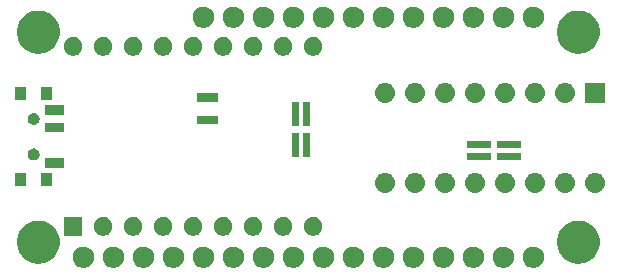
<source format=gbr>
G04 #@! TF.GenerationSoftware,KiCad,Pcbnew,(5.1.2)-1*
G04 #@! TF.CreationDate,2019-07-17T11:07:15+10:00*
G04 #@! TF.ProjectId,7seg-dip-wing,37736567-2d64-4697-902d-77696e672e6b,rev?*
G04 #@! TF.SameCoordinates,Original*
G04 #@! TF.FileFunction,Soldermask,Bot*
G04 #@! TF.FilePolarity,Negative*
%FSLAX46Y46*%
G04 Gerber Fmt 4.6, Leading zero omitted, Abs format (unit mm)*
G04 Created by KiCad (PCBNEW (5.1.2)-1) date 2019-07-17 11:07:15*
%MOMM*%
%LPD*%
G04 APERTURE LIST*
%ADD10C,0.100000*%
G04 APERTURE END LIST*
D10*
G36*
X89982113Y-68318928D02*
G01*
X90131413Y-68348625D01*
X90295385Y-68416545D01*
X90442955Y-68515148D01*
X90568454Y-68640647D01*
X90667057Y-68788217D01*
X90734977Y-68952189D01*
X90769601Y-69126260D01*
X90769601Y-69303742D01*
X90734977Y-69477813D01*
X90667057Y-69641785D01*
X90568454Y-69789355D01*
X90442955Y-69914854D01*
X90295385Y-70013457D01*
X90131413Y-70081377D01*
X89982113Y-70111074D01*
X89957343Y-70116001D01*
X89779859Y-70116001D01*
X89755089Y-70111074D01*
X89605789Y-70081377D01*
X89441817Y-70013457D01*
X89294247Y-69914854D01*
X89168748Y-69789355D01*
X89070145Y-69641785D01*
X89002225Y-69477813D01*
X88967601Y-69303742D01*
X88967601Y-69126260D01*
X89002225Y-68952189D01*
X89070145Y-68788217D01*
X89168748Y-68640647D01*
X89294247Y-68515148D01*
X89441817Y-68416545D01*
X89605789Y-68348625D01*
X89755089Y-68318928D01*
X89779859Y-68314001D01*
X89957343Y-68314001D01*
X89982113Y-68318928D01*
X89982113Y-68318928D01*
G37*
G36*
X72202113Y-68318928D02*
G01*
X72351413Y-68348625D01*
X72515385Y-68416545D01*
X72662955Y-68515148D01*
X72788454Y-68640647D01*
X72887057Y-68788217D01*
X72954977Y-68952189D01*
X72989601Y-69126260D01*
X72989601Y-69303742D01*
X72954977Y-69477813D01*
X72887057Y-69641785D01*
X72788454Y-69789355D01*
X72662955Y-69914854D01*
X72515385Y-70013457D01*
X72351413Y-70081377D01*
X72202113Y-70111074D01*
X72177343Y-70116001D01*
X71999859Y-70116001D01*
X71975089Y-70111074D01*
X71825789Y-70081377D01*
X71661817Y-70013457D01*
X71514247Y-69914854D01*
X71388748Y-69789355D01*
X71290145Y-69641785D01*
X71222225Y-69477813D01*
X71187601Y-69303742D01*
X71187601Y-69126260D01*
X71222225Y-68952189D01*
X71290145Y-68788217D01*
X71388748Y-68640647D01*
X71514247Y-68515148D01*
X71661817Y-68416545D01*
X71825789Y-68348625D01*
X71975089Y-68318928D01*
X71999859Y-68314001D01*
X72177343Y-68314001D01*
X72202113Y-68318928D01*
X72202113Y-68318928D01*
G37*
G36*
X54422113Y-68318928D02*
G01*
X54571413Y-68348625D01*
X54735385Y-68416545D01*
X54882955Y-68515148D01*
X55008454Y-68640647D01*
X55107057Y-68788217D01*
X55174977Y-68952189D01*
X55209601Y-69126260D01*
X55209601Y-69303742D01*
X55174977Y-69477813D01*
X55107057Y-69641785D01*
X55008454Y-69789355D01*
X54882955Y-69914854D01*
X54735385Y-70013457D01*
X54571413Y-70081377D01*
X54422113Y-70111074D01*
X54397343Y-70116001D01*
X54219859Y-70116001D01*
X54195089Y-70111074D01*
X54045789Y-70081377D01*
X53881817Y-70013457D01*
X53734247Y-69914854D01*
X53608748Y-69789355D01*
X53510145Y-69641785D01*
X53442225Y-69477813D01*
X53407601Y-69303742D01*
X53407601Y-69126260D01*
X53442225Y-68952189D01*
X53510145Y-68788217D01*
X53608748Y-68640647D01*
X53734247Y-68515148D01*
X53881817Y-68416545D01*
X54045789Y-68348625D01*
X54195089Y-68318928D01*
X54219859Y-68314001D01*
X54397343Y-68314001D01*
X54422113Y-68318928D01*
X54422113Y-68318928D01*
G37*
G36*
X56962113Y-68318928D02*
G01*
X57111413Y-68348625D01*
X57275385Y-68416545D01*
X57422955Y-68515148D01*
X57548454Y-68640647D01*
X57647057Y-68788217D01*
X57714977Y-68952189D01*
X57749601Y-69126260D01*
X57749601Y-69303742D01*
X57714977Y-69477813D01*
X57647057Y-69641785D01*
X57548454Y-69789355D01*
X57422955Y-69914854D01*
X57275385Y-70013457D01*
X57111413Y-70081377D01*
X56962113Y-70111074D01*
X56937343Y-70116001D01*
X56759859Y-70116001D01*
X56735089Y-70111074D01*
X56585789Y-70081377D01*
X56421817Y-70013457D01*
X56274247Y-69914854D01*
X56148748Y-69789355D01*
X56050145Y-69641785D01*
X55982225Y-69477813D01*
X55947601Y-69303742D01*
X55947601Y-69126260D01*
X55982225Y-68952189D01*
X56050145Y-68788217D01*
X56148748Y-68640647D01*
X56274247Y-68515148D01*
X56421817Y-68416545D01*
X56585789Y-68348625D01*
X56735089Y-68318928D01*
X56759859Y-68314001D01*
X56937343Y-68314001D01*
X56962113Y-68318928D01*
X56962113Y-68318928D01*
G37*
G36*
X59502113Y-68318928D02*
G01*
X59651413Y-68348625D01*
X59815385Y-68416545D01*
X59962955Y-68515148D01*
X60088454Y-68640647D01*
X60187057Y-68788217D01*
X60254977Y-68952189D01*
X60289601Y-69126260D01*
X60289601Y-69303742D01*
X60254977Y-69477813D01*
X60187057Y-69641785D01*
X60088454Y-69789355D01*
X59962955Y-69914854D01*
X59815385Y-70013457D01*
X59651413Y-70081377D01*
X59502113Y-70111074D01*
X59477343Y-70116001D01*
X59299859Y-70116001D01*
X59275089Y-70111074D01*
X59125789Y-70081377D01*
X58961817Y-70013457D01*
X58814247Y-69914854D01*
X58688748Y-69789355D01*
X58590145Y-69641785D01*
X58522225Y-69477813D01*
X58487601Y-69303742D01*
X58487601Y-69126260D01*
X58522225Y-68952189D01*
X58590145Y-68788217D01*
X58688748Y-68640647D01*
X58814247Y-68515148D01*
X58961817Y-68416545D01*
X59125789Y-68348625D01*
X59275089Y-68318928D01*
X59299859Y-68314001D01*
X59477343Y-68314001D01*
X59502113Y-68318928D01*
X59502113Y-68318928D01*
G37*
G36*
X62042113Y-68318928D02*
G01*
X62191413Y-68348625D01*
X62355385Y-68416545D01*
X62502955Y-68515148D01*
X62628454Y-68640647D01*
X62727057Y-68788217D01*
X62794977Y-68952189D01*
X62829601Y-69126260D01*
X62829601Y-69303742D01*
X62794977Y-69477813D01*
X62727057Y-69641785D01*
X62628454Y-69789355D01*
X62502955Y-69914854D01*
X62355385Y-70013457D01*
X62191413Y-70081377D01*
X62042113Y-70111074D01*
X62017343Y-70116001D01*
X61839859Y-70116001D01*
X61815089Y-70111074D01*
X61665789Y-70081377D01*
X61501817Y-70013457D01*
X61354247Y-69914854D01*
X61228748Y-69789355D01*
X61130145Y-69641785D01*
X61062225Y-69477813D01*
X61027601Y-69303742D01*
X61027601Y-69126260D01*
X61062225Y-68952189D01*
X61130145Y-68788217D01*
X61228748Y-68640647D01*
X61354247Y-68515148D01*
X61501817Y-68416545D01*
X61665789Y-68348625D01*
X61815089Y-68318928D01*
X61839859Y-68314001D01*
X62017343Y-68314001D01*
X62042113Y-68318928D01*
X62042113Y-68318928D01*
G37*
G36*
X64582113Y-68318928D02*
G01*
X64731413Y-68348625D01*
X64895385Y-68416545D01*
X65042955Y-68515148D01*
X65168454Y-68640647D01*
X65267057Y-68788217D01*
X65334977Y-68952189D01*
X65369601Y-69126260D01*
X65369601Y-69303742D01*
X65334977Y-69477813D01*
X65267057Y-69641785D01*
X65168454Y-69789355D01*
X65042955Y-69914854D01*
X64895385Y-70013457D01*
X64731413Y-70081377D01*
X64582113Y-70111074D01*
X64557343Y-70116001D01*
X64379859Y-70116001D01*
X64355089Y-70111074D01*
X64205789Y-70081377D01*
X64041817Y-70013457D01*
X63894247Y-69914854D01*
X63768748Y-69789355D01*
X63670145Y-69641785D01*
X63602225Y-69477813D01*
X63567601Y-69303742D01*
X63567601Y-69126260D01*
X63602225Y-68952189D01*
X63670145Y-68788217D01*
X63768748Y-68640647D01*
X63894247Y-68515148D01*
X64041817Y-68416545D01*
X64205789Y-68348625D01*
X64355089Y-68318928D01*
X64379859Y-68314001D01*
X64557343Y-68314001D01*
X64582113Y-68318928D01*
X64582113Y-68318928D01*
G37*
G36*
X67122113Y-68318928D02*
G01*
X67271413Y-68348625D01*
X67435385Y-68416545D01*
X67582955Y-68515148D01*
X67708454Y-68640647D01*
X67807057Y-68788217D01*
X67874977Y-68952189D01*
X67909601Y-69126260D01*
X67909601Y-69303742D01*
X67874977Y-69477813D01*
X67807057Y-69641785D01*
X67708454Y-69789355D01*
X67582955Y-69914854D01*
X67435385Y-70013457D01*
X67271413Y-70081377D01*
X67122113Y-70111074D01*
X67097343Y-70116001D01*
X66919859Y-70116001D01*
X66895089Y-70111074D01*
X66745789Y-70081377D01*
X66581817Y-70013457D01*
X66434247Y-69914854D01*
X66308748Y-69789355D01*
X66210145Y-69641785D01*
X66142225Y-69477813D01*
X66107601Y-69303742D01*
X66107601Y-69126260D01*
X66142225Y-68952189D01*
X66210145Y-68788217D01*
X66308748Y-68640647D01*
X66434247Y-68515148D01*
X66581817Y-68416545D01*
X66745789Y-68348625D01*
X66895089Y-68318928D01*
X66919859Y-68314001D01*
X67097343Y-68314001D01*
X67122113Y-68318928D01*
X67122113Y-68318928D01*
G37*
G36*
X69662113Y-68318928D02*
G01*
X69811413Y-68348625D01*
X69975385Y-68416545D01*
X70122955Y-68515148D01*
X70248454Y-68640647D01*
X70347057Y-68788217D01*
X70414977Y-68952189D01*
X70449601Y-69126260D01*
X70449601Y-69303742D01*
X70414977Y-69477813D01*
X70347057Y-69641785D01*
X70248454Y-69789355D01*
X70122955Y-69914854D01*
X69975385Y-70013457D01*
X69811413Y-70081377D01*
X69662113Y-70111074D01*
X69637343Y-70116001D01*
X69459859Y-70116001D01*
X69435089Y-70111074D01*
X69285789Y-70081377D01*
X69121817Y-70013457D01*
X68974247Y-69914854D01*
X68848748Y-69789355D01*
X68750145Y-69641785D01*
X68682225Y-69477813D01*
X68647601Y-69303742D01*
X68647601Y-69126260D01*
X68682225Y-68952189D01*
X68750145Y-68788217D01*
X68848748Y-68640647D01*
X68974247Y-68515148D01*
X69121817Y-68416545D01*
X69285789Y-68348625D01*
X69435089Y-68318928D01*
X69459859Y-68314001D01*
X69637343Y-68314001D01*
X69662113Y-68318928D01*
X69662113Y-68318928D01*
G37*
G36*
X77282113Y-68318928D02*
G01*
X77431413Y-68348625D01*
X77595385Y-68416545D01*
X77742955Y-68515148D01*
X77868454Y-68640647D01*
X77967057Y-68788217D01*
X78034977Y-68952189D01*
X78069601Y-69126260D01*
X78069601Y-69303742D01*
X78034977Y-69477813D01*
X77967057Y-69641785D01*
X77868454Y-69789355D01*
X77742955Y-69914854D01*
X77595385Y-70013457D01*
X77431413Y-70081377D01*
X77282113Y-70111074D01*
X77257343Y-70116001D01*
X77079859Y-70116001D01*
X77055089Y-70111074D01*
X76905789Y-70081377D01*
X76741817Y-70013457D01*
X76594247Y-69914854D01*
X76468748Y-69789355D01*
X76370145Y-69641785D01*
X76302225Y-69477813D01*
X76267601Y-69303742D01*
X76267601Y-69126260D01*
X76302225Y-68952189D01*
X76370145Y-68788217D01*
X76468748Y-68640647D01*
X76594247Y-68515148D01*
X76741817Y-68416545D01*
X76905789Y-68348625D01*
X77055089Y-68318928D01*
X77079859Y-68314001D01*
X77257343Y-68314001D01*
X77282113Y-68318928D01*
X77282113Y-68318928D01*
G37*
G36*
X79822113Y-68318928D02*
G01*
X79971413Y-68348625D01*
X80135385Y-68416545D01*
X80282955Y-68515148D01*
X80408454Y-68640647D01*
X80507057Y-68788217D01*
X80574977Y-68952189D01*
X80609601Y-69126260D01*
X80609601Y-69303742D01*
X80574977Y-69477813D01*
X80507057Y-69641785D01*
X80408454Y-69789355D01*
X80282955Y-69914854D01*
X80135385Y-70013457D01*
X79971413Y-70081377D01*
X79822113Y-70111074D01*
X79797343Y-70116001D01*
X79619859Y-70116001D01*
X79595089Y-70111074D01*
X79445789Y-70081377D01*
X79281817Y-70013457D01*
X79134247Y-69914854D01*
X79008748Y-69789355D01*
X78910145Y-69641785D01*
X78842225Y-69477813D01*
X78807601Y-69303742D01*
X78807601Y-69126260D01*
X78842225Y-68952189D01*
X78910145Y-68788217D01*
X79008748Y-68640647D01*
X79134247Y-68515148D01*
X79281817Y-68416545D01*
X79445789Y-68348625D01*
X79595089Y-68318928D01*
X79619859Y-68314001D01*
X79797343Y-68314001D01*
X79822113Y-68318928D01*
X79822113Y-68318928D01*
G37*
G36*
X82362113Y-68318928D02*
G01*
X82511413Y-68348625D01*
X82675385Y-68416545D01*
X82822955Y-68515148D01*
X82948454Y-68640647D01*
X83047057Y-68788217D01*
X83114977Y-68952189D01*
X83149601Y-69126260D01*
X83149601Y-69303742D01*
X83114977Y-69477813D01*
X83047057Y-69641785D01*
X82948454Y-69789355D01*
X82822955Y-69914854D01*
X82675385Y-70013457D01*
X82511413Y-70081377D01*
X82362113Y-70111074D01*
X82337343Y-70116001D01*
X82159859Y-70116001D01*
X82135089Y-70111074D01*
X81985789Y-70081377D01*
X81821817Y-70013457D01*
X81674247Y-69914854D01*
X81548748Y-69789355D01*
X81450145Y-69641785D01*
X81382225Y-69477813D01*
X81347601Y-69303742D01*
X81347601Y-69126260D01*
X81382225Y-68952189D01*
X81450145Y-68788217D01*
X81548748Y-68640647D01*
X81674247Y-68515148D01*
X81821817Y-68416545D01*
X81985789Y-68348625D01*
X82135089Y-68318928D01*
X82159859Y-68314001D01*
X82337343Y-68314001D01*
X82362113Y-68318928D01*
X82362113Y-68318928D01*
G37*
G36*
X84902113Y-68318928D02*
G01*
X85051413Y-68348625D01*
X85215385Y-68416545D01*
X85362955Y-68515148D01*
X85488454Y-68640647D01*
X85587057Y-68788217D01*
X85654977Y-68952189D01*
X85689601Y-69126260D01*
X85689601Y-69303742D01*
X85654977Y-69477813D01*
X85587057Y-69641785D01*
X85488454Y-69789355D01*
X85362955Y-69914854D01*
X85215385Y-70013457D01*
X85051413Y-70081377D01*
X84902113Y-70111074D01*
X84877343Y-70116001D01*
X84699859Y-70116001D01*
X84675089Y-70111074D01*
X84525789Y-70081377D01*
X84361817Y-70013457D01*
X84214247Y-69914854D01*
X84088748Y-69789355D01*
X83990145Y-69641785D01*
X83922225Y-69477813D01*
X83887601Y-69303742D01*
X83887601Y-69126260D01*
X83922225Y-68952189D01*
X83990145Y-68788217D01*
X84088748Y-68640647D01*
X84214247Y-68515148D01*
X84361817Y-68416545D01*
X84525789Y-68348625D01*
X84675089Y-68318928D01*
X84699859Y-68314001D01*
X84877343Y-68314001D01*
X84902113Y-68318928D01*
X84902113Y-68318928D01*
G37*
G36*
X87442113Y-68318928D02*
G01*
X87591413Y-68348625D01*
X87755385Y-68416545D01*
X87902955Y-68515148D01*
X88028454Y-68640647D01*
X88127057Y-68788217D01*
X88194977Y-68952189D01*
X88229601Y-69126260D01*
X88229601Y-69303742D01*
X88194977Y-69477813D01*
X88127057Y-69641785D01*
X88028454Y-69789355D01*
X87902955Y-69914854D01*
X87755385Y-70013457D01*
X87591413Y-70081377D01*
X87442113Y-70111074D01*
X87417343Y-70116001D01*
X87239859Y-70116001D01*
X87215089Y-70111074D01*
X87065789Y-70081377D01*
X86901817Y-70013457D01*
X86754247Y-69914854D01*
X86628748Y-69789355D01*
X86530145Y-69641785D01*
X86462225Y-69477813D01*
X86427601Y-69303742D01*
X86427601Y-69126260D01*
X86462225Y-68952189D01*
X86530145Y-68788217D01*
X86628748Y-68640647D01*
X86754247Y-68515148D01*
X86901817Y-68416545D01*
X87065789Y-68348625D01*
X87215089Y-68318928D01*
X87239859Y-68314001D01*
X87417343Y-68314001D01*
X87442113Y-68318928D01*
X87442113Y-68318928D01*
G37*
G36*
X51882113Y-68318928D02*
G01*
X52031413Y-68348625D01*
X52195385Y-68416545D01*
X52342955Y-68515148D01*
X52468454Y-68640647D01*
X52567057Y-68788217D01*
X52634977Y-68952189D01*
X52669601Y-69126260D01*
X52669601Y-69303742D01*
X52634977Y-69477813D01*
X52567057Y-69641785D01*
X52468454Y-69789355D01*
X52342955Y-69914854D01*
X52195385Y-70013457D01*
X52031413Y-70081377D01*
X51882113Y-70111074D01*
X51857343Y-70116001D01*
X51679859Y-70116001D01*
X51655089Y-70111074D01*
X51505789Y-70081377D01*
X51341817Y-70013457D01*
X51194247Y-69914854D01*
X51068748Y-69789355D01*
X50970145Y-69641785D01*
X50902225Y-69477813D01*
X50867601Y-69303742D01*
X50867601Y-69126260D01*
X50902225Y-68952189D01*
X50970145Y-68788217D01*
X51068748Y-68640647D01*
X51194247Y-68515148D01*
X51341817Y-68416545D01*
X51505789Y-68348625D01*
X51655089Y-68318928D01*
X51679859Y-68314001D01*
X51857343Y-68314001D01*
X51882113Y-68318928D01*
X51882113Y-68318928D01*
G37*
G36*
X74742113Y-68318928D02*
G01*
X74891413Y-68348625D01*
X75055385Y-68416545D01*
X75202955Y-68515148D01*
X75328454Y-68640647D01*
X75427057Y-68788217D01*
X75494977Y-68952189D01*
X75529601Y-69126260D01*
X75529601Y-69303742D01*
X75494977Y-69477813D01*
X75427057Y-69641785D01*
X75328454Y-69789355D01*
X75202955Y-69914854D01*
X75055385Y-70013457D01*
X74891413Y-70081377D01*
X74742113Y-70111074D01*
X74717343Y-70116001D01*
X74539859Y-70116001D01*
X74515089Y-70111074D01*
X74365789Y-70081377D01*
X74201817Y-70013457D01*
X74054247Y-69914854D01*
X73928748Y-69789355D01*
X73830145Y-69641785D01*
X73762225Y-69477813D01*
X73727601Y-69303742D01*
X73727601Y-69126260D01*
X73762225Y-68952189D01*
X73830145Y-68788217D01*
X73928748Y-68640647D01*
X74054247Y-68515148D01*
X74201817Y-68416545D01*
X74365789Y-68348625D01*
X74515089Y-68318928D01*
X74539859Y-68314001D01*
X74717343Y-68314001D01*
X74742113Y-68318928D01*
X74742113Y-68318928D01*
G37*
G36*
X48315421Y-66151144D02*
G01*
X48492101Y-66186288D01*
X48574903Y-66220586D01*
X48824956Y-66324161D01*
X48888108Y-66366358D01*
X49124521Y-66524324D01*
X49379278Y-66779081D01*
X49379279Y-66779083D01*
X49579441Y-67078646D01*
X49717314Y-67411502D01*
X49787601Y-67764859D01*
X49787601Y-68125143D01*
X49717314Y-68478500D01*
X49579441Y-68811356D01*
X49579440Y-68811357D01*
X49379278Y-69110921D01*
X49124521Y-69365678D01*
X48973721Y-69466439D01*
X48824956Y-69565841D01*
X48641615Y-69641783D01*
X48492101Y-69703714D01*
X48315422Y-69738857D01*
X48138743Y-69774001D01*
X47778459Y-69774001D01*
X47601780Y-69738857D01*
X47425101Y-69703714D01*
X47275587Y-69641783D01*
X47092246Y-69565841D01*
X46943481Y-69466439D01*
X46792681Y-69365678D01*
X46537924Y-69110921D01*
X46337762Y-68811357D01*
X46337761Y-68811356D01*
X46199888Y-68478500D01*
X46129601Y-68125143D01*
X46129601Y-67764859D01*
X46199888Y-67411502D01*
X46337761Y-67078646D01*
X46537923Y-66779083D01*
X46537924Y-66779081D01*
X46792681Y-66524324D01*
X47029094Y-66366358D01*
X47092246Y-66324161D01*
X47342299Y-66220586D01*
X47425101Y-66186288D01*
X47601781Y-66151144D01*
X47778459Y-66116001D01*
X48138743Y-66116001D01*
X48315421Y-66151144D01*
X48315421Y-66151144D01*
G37*
G36*
X94035421Y-66151144D02*
G01*
X94212101Y-66186288D01*
X94294903Y-66220586D01*
X94544956Y-66324161D01*
X94608108Y-66366358D01*
X94844521Y-66524324D01*
X95099278Y-66779081D01*
X95099279Y-66779083D01*
X95299441Y-67078646D01*
X95437314Y-67411502D01*
X95507601Y-67764859D01*
X95507601Y-68125143D01*
X95437314Y-68478500D01*
X95299441Y-68811356D01*
X95299440Y-68811357D01*
X95099278Y-69110921D01*
X94844521Y-69365678D01*
X94693721Y-69466439D01*
X94544956Y-69565841D01*
X94361615Y-69641783D01*
X94212101Y-69703714D01*
X94035422Y-69738857D01*
X93858743Y-69774001D01*
X93498459Y-69774001D01*
X93321780Y-69738857D01*
X93145101Y-69703714D01*
X92995587Y-69641783D01*
X92812246Y-69565841D01*
X92663481Y-69466439D01*
X92512681Y-69365678D01*
X92257924Y-69110921D01*
X92057762Y-68811357D01*
X92057761Y-68811356D01*
X91919888Y-68478500D01*
X91849601Y-68125143D01*
X91849601Y-67764859D01*
X91919888Y-67411502D01*
X92057761Y-67078646D01*
X92257923Y-66779083D01*
X92257924Y-66779081D01*
X92512681Y-66524324D01*
X92749094Y-66366358D01*
X92812246Y-66324161D01*
X93062299Y-66220586D01*
X93145101Y-66186288D01*
X93321781Y-66151144D01*
X93498459Y-66116001D01*
X93858743Y-66116001D01*
X94035421Y-66151144D01*
X94035421Y-66151144D01*
G37*
G36*
X68913642Y-65829781D02*
G01*
X69059414Y-65890162D01*
X69059416Y-65890163D01*
X69190608Y-65977822D01*
X69302178Y-66089392D01*
X69319957Y-66116001D01*
X69389838Y-66220586D01*
X69450219Y-66366358D01*
X69481000Y-66521107D01*
X69481000Y-66678893D01*
X69450219Y-66833642D01*
X69389838Y-66979414D01*
X69389837Y-66979416D01*
X69302178Y-67110608D01*
X69190608Y-67222178D01*
X69059416Y-67309837D01*
X69059415Y-67309838D01*
X69059414Y-67309838D01*
X68913642Y-67370219D01*
X68758893Y-67401000D01*
X68601107Y-67401000D01*
X68446358Y-67370219D01*
X68300586Y-67309838D01*
X68300585Y-67309838D01*
X68300584Y-67309837D01*
X68169392Y-67222178D01*
X68057822Y-67110608D01*
X67970163Y-66979416D01*
X67970162Y-66979414D01*
X67909781Y-66833642D01*
X67879000Y-66678893D01*
X67879000Y-66521107D01*
X67909781Y-66366358D01*
X67970162Y-66220586D01*
X68040043Y-66116001D01*
X68057822Y-66089392D01*
X68169392Y-65977822D01*
X68300584Y-65890163D01*
X68300586Y-65890162D01*
X68446358Y-65829781D01*
X68601107Y-65799000D01*
X68758893Y-65799000D01*
X68913642Y-65829781D01*
X68913642Y-65829781D01*
G37*
G36*
X71453642Y-65829781D02*
G01*
X71599414Y-65890162D01*
X71599416Y-65890163D01*
X71730608Y-65977822D01*
X71842178Y-66089392D01*
X71859957Y-66116001D01*
X71929838Y-66220586D01*
X71990219Y-66366358D01*
X72021000Y-66521107D01*
X72021000Y-66678893D01*
X71990219Y-66833642D01*
X71929838Y-66979414D01*
X71929837Y-66979416D01*
X71842178Y-67110608D01*
X71730608Y-67222178D01*
X71599416Y-67309837D01*
X71599415Y-67309838D01*
X71599414Y-67309838D01*
X71453642Y-67370219D01*
X71298893Y-67401000D01*
X71141107Y-67401000D01*
X70986358Y-67370219D01*
X70840586Y-67309838D01*
X70840585Y-67309838D01*
X70840584Y-67309837D01*
X70709392Y-67222178D01*
X70597822Y-67110608D01*
X70510163Y-66979416D01*
X70510162Y-66979414D01*
X70449781Y-66833642D01*
X70419000Y-66678893D01*
X70419000Y-66521107D01*
X70449781Y-66366358D01*
X70510162Y-66220586D01*
X70580043Y-66116001D01*
X70597822Y-66089392D01*
X70709392Y-65977822D01*
X70840584Y-65890163D01*
X70840586Y-65890162D01*
X70986358Y-65829781D01*
X71141107Y-65799000D01*
X71298893Y-65799000D01*
X71453642Y-65829781D01*
X71453642Y-65829781D01*
G37*
G36*
X66373642Y-65829781D02*
G01*
X66519414Y-65890162D01*
X66519416Y-65890163D01*
X66650608Y-65977822D01*
X66762178Y-66089392D01*
X66779957Y-66116001D01*
X66849838Y-66220586D01*
X66910219Y-66366358D01*
X66941000Y-66521107D01*
X66941000Y-66678893D01*
X66910219Y-66833642D01*
X66849838Y-66979414D01*
X66849837Y-66979416D01*
X66762178Y-67110608D01*
X66650608Y-67222178D01*
X66519416Y-67309837D01*
X66519415Y-67309838D01*
X66519414Y-67309838D01*
X66373642Y-67370219D01*
X66218893Y-67401000D01*
X66061107Y-67401000D01*
X65906358Y-67370219D01*
X65760586Y-67309838D01*
X65760585Y-67309838D01*
X65760584Y-67309837D01*
X65629392Y-67222178D01*
X65517822Y-67110608D01*
X65430163Y-66979416D01*
X65430162Y-66979414D01*
X65369781Y-66833642D01*
X65339000Y-66678893D01*
X65339000Y-66521107D01*
X65369781Y-66366358D01*
X65430162Y-66220586D01*
X65500043Y-66116001D01*
X65517822Y-66089392D01*
X65629392Y-65977822D01*
X65760584Y-65890163D01*
X65760586Y-65890162D01*
X65906358Y-65829781D01*
X66061107Y-65799000D01*
X66218893Y-65799000D01*
X66373642Y-65829781D01*
X66373642Y-65829781D01*
G37*
G36*
X63833642Y-65829781D02*
G01*
X63979414Y-65890162D01*
X63979416Y-65890163D01*
X64110608Y-65977822D01*
X64222178Y-66089392D01*
X64239957Y-66116001D01*
X64309838Y-66220586D01*
X64370219Y-66366358D01*
X64401000Y-66521107D01*
X64401000Y-66678893D01*
X64370219Y-66833642D01*
X64309838Y-66979414D01*
X64309837Y-66979416D01*
X64222178Y-67110608D01*
X64110608Y-67222178D01*
X63979416Y-67309837D01*
X63979415Y-67309838D01*
X63979414Y-67309838D01*
X63833642Y-67370219D01*
X63678893Y-67401000D01*
X63521107Y-67401000D01*
X63366358Y-67370219D01*
X63220586Y-67309838D01*
X63220585Y-67309838D01*
X63220584Y-67309837D01*
X63089392Y-67222178D01*
X62977822Y-67110608D01*
X62890163Y-66979416D01*
X62890162Y-66979414D01*
X62829781Y-66833642D01*
X62799000Y-66678893D01*
X62799000Y-66521107D01*
X62829781Y-66366358D01*
X62890162Y-66220586D01*
X62960043Y-66116001D01*
X62977822Y-66089392D01*
X63089392Y-65977822D01*
X63220584Y-65890163D01*
X63220586Y-65890162D01*
X63366358Y-65829781D01*
X63521107Y-65799000D01*
X63678893Y-65799000D01*
X63833642Y-65829781D01*
X63833642Y-65829781D01*
G37*
G36*
X58753642Y-65829781D02*
G01*
X58899414Y-65890162D01*
X58899416Y-65890163D01*
X59030608Y-65977822D01*
X59142178Y-66089392D01*
X59159957Y-66116001D01*
X59229838Y-66220586D01*
X59290219Y-66366358D01*
X59321000Y-66521107D01*
X59321000Y-66678893D01*
X59290219Y-66833642D01*
X59229838Y-66979414D01*
X59229837Y-66979416D01*
X59142178Y-67110608D01*
X59030608Y-67222178D01*
X58899416Y-67309837D01*
X58899415Y-67309838D01*
X58899414Y-67309838D01*
X58753642Y-67370219D01*
X58598893Y-67401000D01*
X58441107Y-67401000D01*
X58286358Y-67370219D01*
X58140586Y-67309838D01*
X58140585Y-67309838D01*
X58140584Y-67309837D01*
X58009392Y-67222178D01*
X57897822Y-67110608D01*
X57810163Y-66979416D01*
X57810162Y-66979414D01*
X57749781Y-66833642D01*
X57719000Y-66678893D01*
X57719000Y-66521107D01*
X57749781Y-66366358D01*
X57810162Y-66220586D01*
X57880043Y-66116001D01*
X57897822Y-66089392D01*
X58009392Y-65977822D01*
X58140584Y-65890163D01*
X58140586Y-65890162D01*
X58286358Y-65829781D01*
X58441107Y-65799000D01*
X58598893Y-65799000D01*
X58753642Y-65829781D01*
X58753642Y-65829781D01*
G37*
G36*
X56213642Y-65829781D02*
G01*
X56359414Y-65890162D01*
X56359416Y-65890163D01*
X56490608Y-65977822D01*
X56602178Y-66089392D01*
X56619957Y-66116001D01*
X56689838Y-66220586D01*
X56750219Y-66366358D01*
X56781000Y-66521107D01*
X56781000Y-66678893D01*
X56750219Y-66833642D01*
X56689838Y-66979414D01*
X56689837Y-66979416D01*
X56602178Y-67110608D01*
X56490608Y-67222178D01*
X56359416Y-67309837D01*
X56359415Y-67309838D01*
X56359414Y-67309838D01*
X56213642Y-67370219D01*
X56058893Y-67401000D01*
X55901107Y-67401000D01*
X55746358Y-67370219D01*
X55600586Y-67309838D01*
X55600585Y-67309838D01*
X55600584Y-67309837D01*
X55469392Y-67222178D01*
X55357822Y-67110608D01*
X55270163Y-66979416D01*
X55270162Y-66979414D01*
X55209781Y-66833642D01*
X55179000Y-66678893D01*
X55179000Y-66521107D01*
X55209781Y-66366358D01*
X55270162Y-66220586D01*
X55340043Y-66116001D01*
X55357822Y-66089392D01*
X55469392Y-65977822D01*
X55600584Y-65890163D01*
X55600586Y-65890162D01*
X55746358Y-65829781D01*
X55901107Y-65799000D01*
X56058893Y-65799000D01*
X56213642Y-65829781D01*
X56213642Y-65829781D01*
G37*
G36*
X53673642Y-65829781D02*
G01*
X53819414Y-65890162D01*
X53819416Y-65890163D01*
X53950608Y-65977822D01*
X54062178Y-66089392D01*
X54079957Y-66116001D01*
X54149838Y-66220586D01*
X54210219Y-66366358D01*
X54241000Y-66521107D01*
X54241000Y-66678893D01*
X54210219Y-66833642D01*
X54149838Y-66979414D01*
X54149837Y-66979416D01*
X54062178Y-67110608D01*
X53950608Y-67222178D01*
X53819416Y-67309837D01*
X53819415Y-67309838D01*
X53819414Y-67309838D01*
X53673642Y-67370219D01*
X53518893Y-67401000D01*
X53361107Y-67401000D01*
X53206358Y-67370219D01*
X53060586Y-67309838D01*
X53060585Y-67309838D01*
X53060584Y-67309837D01*
X52929392Y-67222178D01*
X52817822Y-67110608D01*
X52730163Y-66979416D01*
X52730162Y-66979414D01*
X52669781Y-66833642D01*
X52639000Y-66678893D01*
X52639000Y-66521107D01*
X52669781Y-66366358D01*
X52730162Y-66220586D01*
X52800043Y-66116001D01*
X52817822Y-66089392D01*
X52929392Y-65977822D01*
X53060584Y-65890163D01*
X53060586Y-65890162D01*
X53206358Y-65829781D01*
X53361107Y-65799000D01*
X53518893Y-65799000D01*
X53673642Y-65829781D01*
X53673642Y-65829781D01*
G37*
G36*
X51701000Y-67401000D02*
G01*
X50099000Y-67401000D01*
X50099000Y-65799000D01*
X51701000Y-65799000D01*
X51701000Y-67401000D01*
X51701000Y-67401000D01*
G37*
G36*
X61293642Y-65829781D02*
G01*
X61439414Y-65890162D01*
X61439416Y-65890163D01*
X61570608Y-65977822D01*
X61682178Y-66089392D01*
X61699957Y-66116001D01*
X61769838Y-66220586D01*
X61830219Y-66366358D01*
X61861000Y-66521107D01*
X61861000Y-66678893D01*
X61830219Y-66833642D01*
X61769838Y-66979414D01*
X61769837Y-66979416D01*
X61682178Y-67110608D01*
X61570608Y-67222178D01*
X61439416Y-67309837D01*
X61439415Y-67309838D01*
X61439414Y-67309838D01*
X61293642Y-67370219D01*
X61138893Y-67401000D01*
X60981107Y-67401000D01*
X60826358Y-67370219D01*
X60680586Y-67309838D01*
X60680585Y-67309838D01*
X60680584Y-67309837D01*
X60549392Y-67222178D01*
X60437822Y-67110608D01*
X60350163Y-66979416D01*
X60350162Y-66979414D01*
X60289781Y-66833642D01*
X60259000Y-66678893D01*
X60259000Y-66521107D01*
X60289781Y-66366358D01*
X60350162Y-66220586D01*
X60420043Y-66116001D01*
X60437822Y-66089392D01*
X60549392Y-65977822D01*
X60680584Y-65890163D01*
X60680586Y-65890162D01*
X60826358Y-65829781D01*
X60981107Y-65799000D01*
X61138893Y-65799000D01*
X61293642Y-65829781D01*
X61293642Y-65829781D01*
G37*
G36*
X87646823Y-62081313D02*
G01*
X87807242Y-62129976D01*
X87939906Y-62200886D01*
X87955078Y-62208996D01*
X88084659Y-62315341D01*
X88191004Y-62444922D01*
X88191005Y-62444924D01*
X88270024Y-62592758D01*
X88318687Y-62753177D01*
X88335117Y-62920000D01*
X88318687Y-63086823D01*
X88270024Y-63247242D01*
X88199114Y-63379906D01*
X88191004Y-63395078D01*
X88084659Y-63524659D01*
X87955078Y-63631004D01*
X87955076Y-63631005D01*
X87807242Y-63710024D01*
X87646823Y-63758687D01*
X87521804Y-63771000D01*
X87438196Y-63771000D01*
X87313177Y-63758687D01*
X87152758Y-63710024D01*
X87004924Y-63631005D01*
X87004922Y-63631004D01*
X86875341Y-63524659D01*
X86768996Y-63395078D01*
X86760886Y-63379906D01*
X86689976Y-63247242D01*
X86641313Y-63086823D01*
X86624883Y-62920000D01*
X86641313Y-62753177D01*
X86689976Y-62592758D01*
X86768995Y-62444924D01*
X86768996Y-62444922D01*
X86875341Y-62315341D01*
X87004922Y-62208996D01*
X87020094Y-62200886D01*
X87152758Y-62129976D01*
X87313177Y-62081313D01*
X87438196Y-62069000D01*
X87521804Y-62069000D01*
X87646823Y-62081313D01*
X87646823Y-62081313D01*
G37*
G36*
X92726823Y-62081313D02*
G01*
X92887242Y-62129976D01*
X93019906Y-62200886D01*
X93035078Y-62208996D01*
X93164659Y-62315341D01*
X93271004Y-62444922D01*
X93271005Y-62444924D01*
X93350024Y-62592758D01*
X93398687Y-62753177D01*
X93415117Y-62920000D01*
X93398687Y-63086823D01*
X93350024Y-63247242D01*
X93279114Y-63379906D01*
X93271004Y-63395078D01*
X93164659Y-63524659D01*
X93035078Y-63631004D01*
X93035076Y-63631005D01*
X92887242Y-63710024D01*
X92726823Y-63758687D01*
X92601804Y-63771000D01*
X92518196Y-63771000D01*
X92393177Y-63758687D01*
X92232758Y-63710024D01*
X92084924Y-63631005D01*
X92084922Y-63631004D01*
X91955341Y-63524659D01*
X91848996Y-63395078D01*
X91840886Y-63379906D01*
X91769976Y-63247242D01*
X91721313Y-63086823D01*
X91704883Y-62920000D01*
X91721313Y-62753177D01*
X91769976Y-62592758D01*
X91848995Y-62444924D01*
X91848996Y-62444922D01*
X91955341Y-62315341D01*
X92084922Y-62208996D01*
X92100094Y-62200886D01*
X92232758Y-62129976D01*
X92393177Y-62081313D01*
X92518196Y-62069000D01*
X92601804Y-62069000D01*
X92726823Y-62081313D01*
X92726823Y-62081313D01*
G37*
G36*
X90186823Y-62081313D02*
G01*
X90347242Y-62129976D01*
X90479906Y-62200886D01*
X90495078Y-62208996D01*
X90624659Y-62315341D01*
X90731004Y-62444922D01*
X90731005Y-62444924D01*
X90810024Y-62592758D01*
X90858687Y-62753177D01*
X90875117Y-62920000D01*
X90858687Y-63086823D01*
X90810024Y-63247242D01*
X90739114Y-63379906D01*
X90731004Y-63395078D01*
X90624659Y-63524659D01*
X90495078Y-63631004D01*
X90495076Y-63631005D01*
X90347242Y-63710024D01*
X90186823Y-63758687D01*
X90061804Y-63771000D01*
X89978196Y-63771000D01*
X89853177Y-63758687D01*
X89692758Y-63710024D01*
X89544924Y-63631005D01*
X89544922Y-63631004D01*
X89415341Y-63524659D01*
X89308996Y-63395078D01*
X89300886Y-63379906D01*
X89229976Y-63247242D01*
X89181313Y-63086823D01*
X89164883Y-62920000D01*
X89181313Y-62753177D01*
X89229976Y-62592758D01*
X89308995Y-62444924D01*
X89308996Y-62444922D01*
X89415341Y-62315341D01*
X89544922Y-62208996D01*
X89560094Y-62200886D01*
X89692758Y-62129976D01*
X89853177Y-62081313D01*
X89978196Y-62069000D01*
X90061804Y-62069000D01*
X90186823Y-62081313D01*
X90186823Y-62081313D01*
G37*
G36*
X85106823Y-62081313D02*
G01*
X85267242Y-62129976D01*
X85399906Y-62200886D01*
X85415078Y-62208996D01*
X85544659Y-62315341D01*
X85651004Y-62444922D01*
X85651005Y-62444924D01*
X85730024Y-62592758D01*
X85778687Y-62753177D01*
X85795117Y-62920000D01*
X85778687Y-63086823D01*
X85730024Y-63247242D01*
X85659114Y-63379906D01*
X85651004Y-63395078D01*
X85544659Y-63524659D01*
X85415078Y-63631004D01*
X85415076Y-63631005D01*
X85267242Y-63710024D01*
X85106823Y-63758687D01*
X84981804Y-63771000D01*
X84898196Y-63771000D01*
X84773177Y-63758687D01*
X84612758Y-63710024D01*
X84464924Y-63631005D01*
X84464922Y-63631004D01*
X84335341Y-63524659D01*
X84228996Y-63395078D01*
X84220886Y-63379906D01*
X84149976Y-63247242D01*
X84101313Y-63086823D01*
X84084883Y-62920000D01*
X84101313Y-62753177D01*
X84149976Y-62592758D01*
X84228995Y-62444924D01*
X84228996Y-62444922D01*
X84335341Y-62315341D01*
X84464922Y-62208996D01*
X84480094Y-62200886D01*
X84612758Y-62129976D01*
X84773177Y-62081313D01*
X84898196Y-62069000D01*
X84981804Y-62069000D01*
X85106823Y-62081313D01*
X85106823Y-62081313D01*
G37*
G36*
X82566823Y-62081313D02*
G01*
X82727242Y-62129976D01*
X82859906Y-62200886D01*
X82875078Y-62208996D01*
X83004659Y-62315341D01*
X83111004Y-62444922D01*
X83111005Y-62444924D01*
X83190024Y-62592758D01*
X83238687Y-62753177D01*
X83255117Y-62920000D01*
X83238687Y-63086823D01*
X83190024Y-63247242D01*
X83119114Y-63379906D01*
X83111004Y-63395078D01*
X83004659Y-63524659D01*
X82875078Y-63631004D01*
X82875076Y-63631005D01*
X82727242Y-63710024D01*
X82566823Y-63758687D01*
X82441804Y-63771000D01*
X82358196Y-63771000D01*
X82233177Y-63758687D01*
X82072758Y-63710024D01*
X81924924Y-63631005D01*
X81924922Y-63631004D01*
X81795341Y-63524659D01*
X81688996Y-63395078D01*
X81680886Y-63379906D01*
X81609976Y-63247242D01*
X81561313Y-63086823D01*
X81544883Y-62920000D01*
X81561313Y-62753177D01*
X81609976Y-62592758D01*
X81688995Y-62444924D01*
X81688996Y-62444922D01*
X81795341Y-62315341D01*
X81924922Y-62208996D01*
X81940094Y-62200886D01*
X82072758Y-62129976D01*
X82233177Y-62081313D01*
X82358196Y-62069000D01*
X82441804Y-62069000D01*
X82566823Y-62081313D01*
X82566823Y-62081313D01*
G37*
G36*
X80026823Y-62081313D02*
G01*
X80187242Y-62129976D01*
X80319906Y-62200886D01*
X80335078Y-62208996D01*
X80464659Y-62315341D01*
X80571004Y-62444922D01*
X80571005Y-62444924D01*
X80650024Y-62592758D01*
X80698687Y-62753177D01*
X80715117Y-62920000D01*
X80698687Y-63086823D01*
X80650024Y-63247242D01*
X80579114Y-63379906D01*
X80571004Y-63395078D01*
X80464659Y-63524659D01*
X80335078Y-63631004D01*
X80335076Y-63631005D01*
X80187242Y-63710024D01*
X80026823Y-63758687D01*
X79901804Y-63771000D01*
X79818196Y-63771000D01*
X79693177Y-63758687D01*
X79532758Y-63710024D01*
X79384924Y-63631005D01*
X79384922Y-63631004D01*
X79255341Y-63524659D01*
X79148996Y-63395078D01*
X79140886Y-63379906D01*
X79069976Y-63247242D01*
X79021313Y-63086823D01*
X79004883Y-62920000D01*
X79021313Y-62753177D01*
X79069976Y-62592758D01*
X79148995Y-62444924D01*
X79148996Y-62444922D01*
X79255341Y-62315341D01*
X79384922Y-62208996D01*
X79400094Y-62200886D01*
X79532758Y-62129976D01*
X79693177Y-62081313D01*
X79818196Y-62069000D01*
X79901804Y-62069000D01*
X80026823Y-62081313D01*
X80026823Y-62081313D01*
G37*
G36*
X77486823Y-62081313D02*
G01*
X77647242Y-62129976D01*
X77779906Y-62200886D01*
X77795078Y-62208996D01*
X77924659Y-62315341D01*
X78031004Y-62444922D01*
X78031005Y-62444924D01*
X78110024Y-62592758D01*
X78158687Y-62753177D01*
X78175117Y-62920000D01*
X78158687Y-63086823D01*
X78110024Y-63247242D01*
X78039114Y-63379906D01*
X78031004Y-63395078D01*
X77924659Y-63524659D01*
X77795078Y-63631004D01*
X77795076Y-63631005D01*
X77647242Y-63710024D01*
X77486823Y-63758687D01*
X77361804Y-63771000D01*
X77278196Y-63771000D01*
X77153177Y-63758687D01*
X76992758Y-63710024D01*
X76844924Y-63631005D01*
X76844922Y-63631004D01*
X76715341Y-63524659D01*
X76608996Y-63395078D01*
X76600886Y-63379906D01*
X76529976Y-63247242D01*
X76481313Y-63086823D01*
X76464883Y-62920000D01*
X76481313Y-62753177D01*
X76529976Y-62592758D01*
X76608995Y-62444924D01*
X76608996Y-62444922D01*
X76715341Y-62315341D01*
X76844922Y-62208996D01*
X76860094Y-62200886D01*
X76992758Y-62129976D01*
X77153177Y-62081313D01*
X77278196Y-62069000D01*
X77361804Y-62069000D01*
X77486823Y-62081313D01*
X77486823Y-62081313D01*
G37*
G36*
X95266823Y-62081313D02*
G01*
X95427242Y-62129976D01*
X95559906Y-62200886D01*
X95575078Y-62208996D01*
X95704659Y-62315341D01*
X95811004Y-62444922D01*
X95811005Y-62444924D01*
X95890024Y-62592758D01*
X95938687Y-62753177D01*
X95955117Y-62920000D01*
X95938687Y-63086823D01*
X95890024Y-63247242D01*
X95819114Y-63379906D01*
X95811004Y-63395078D01*
X95704659Y-63524659D01*
X95575078Y-63631004D01*
X95575076Y-63631005D01*
X95427242Y-63710024D01*
X95266823Y-63758687D01*
X95141804Y-63771000D01*
X95058196Y-63771000D01*
X94933177Y-63758687D01*
X94772758Y-63710024D01*
X94624924Y-63631005D01*
X94624922Y-63631004D01*
X94495341Y-63524659D01*
X94388996Y-63395078D01*
X94380886Y-63379906D01*
X94309976Y-63247242D01*
X94261313Y-63086823D01*
X94244883Y-62920000D01*
X94261313Y-62753177D01*
X94309976Y-62592758D01*
X94388995Y-62444924D01*
X94388996Y-62444922D01*
X94495341Y-62315341D01*
X94624922Y-62208996D01*
X94640094Y-62200886D01*
X94772758Y-62129976D01*
X94933177Y-62081313D01*
X95058196Y-62069000D01*
X95141804Y-62069000D01*
X95266823Y-62081313D01*
X95266823Y-62081313D01*
G37*
G36*
X49131000Y-63201000D02*
G01*
X48229000Y-63201000D01*
X48229000Y-62099000D01*
X49131000Y-62099000D01*
X49131000Y-63201000D01*
X49131000Y-63201000D01*
G37*
G36*
X46921000Y-63201000D02*
G01*
X46019000Y-63201000D01*
X46019000Y-62099000D01*
X46921000Y-62099000D01*
X46921000Y-63201000D01*
X46921000Y-63201000D01*
G37*
G36*
X50131000Y-61651000D02*
G01*
X48529000Y-61651000D01*
X48529000Y-60849000D01*
X50131000Y-60849000D01*
X50131000Y-61651000D01*
X50131000Y-61651000D01*
G37*
G36*
X47667740Y-60008626D02*
G01*
X47716136Y-60018253D01*
X47753902Y-60033896D01*
X47807311Y-60056019D01*
X47807312Y-60056020D01*
X47889369Y-60110848D01*
X47959152Y-60180631D01*
X47986752Y-60221938D01*
X48013981Y-60262689D01*
X48051747Y-60353865D01*
X48071000Y-60450655D01*
X48071000Y-60549345D01*
X48051747Y-60646135D01*
X48013981Y-60737311D01*
X48013980Y-60737312D01*
X47959152Y-60819369D01*
X47889369Y-60889152D01*
X47848062Y-60916752D01*
X47807311Y-60943981D01*
X47753902Y-60966104D01*
X47716136Y-60981747D01*
X47667740Y-60991373D01*
X47619345Y-61001000D01*
X47520655Y-61001000D01*
X47472260Y-60991373D01*
X47423864Y-60981747D01*
X47386098Y-60966104D01*
X47332689Y-60943981D01*
X47291938Y-60916752D01*
X47250631Y-60889152D01*
X47180848Y-60819369D01*
X47126020Y-60737312D01*
X47126019Y-60737311D01*
X47088253Y-60646135D01*
X47069000Y-60549345D01*
X47069000Y-60450655D01*
X47088253Y-60353865D01*
X47126019Y-60262689D01*
X47153248Y-60221938D01*
X47180848Y-60180631D01*
X47250631Y-60110848D01*
X47332688Y-60056020D01*
X47332689Y-60056019D01*
X47386098Y-60033896D01*
X47423864Y-60018253D01*
X47472260Y-60008626D01*
X47520655Y-59999000D01*
X47619345Y-59999000D01*
X47667740Y-60008626D01*
X47667740Y-60008626D01*
G37*
G36*
X88801000Y-61001000D02*
G01*
X86799000Y-61001000D01*
X86799000Y-60399000D01*
X88801000Y-60399000D01*
X88801000Y-61001000D01*
X88801000Y-61001000D01*
G37*
G36*
X86251000Y-61001000D02*
G01*
X84249000Y-61001000D01*
X84249000Y-60399000D01*
X86251000Y-60399000D01*
X86251000Y-61001000D01*
X86251000Y-61001000D01*
G37*
G36*
X71001000Y-60701000D02*
G01*
X70399000Y-60701000D01*
X70399000Y-58699000D01*
X71001000Y-58699000D01*
X71001000Y-60701000D01*
X71001000Y-60701000D01*
G37*
G36*
X70001000Y-60701000D02*
G01*
X69399000Y-60701000D01*
X69399000Y-58699000D01*
X70001000Y-58699000D01*
X70001000Y-60701000D01*
X70001000Y-60701000D01*
G37*
G36*
X86251000Y-60001000D02*
G01*
X84249000Y-60001000D01*
X84249000Y-59399000D01*
X86251000Y-59399000D01*
X86251000Y-60001000D01*
X86251000Y-60001000D01*
G37*
G36*
X88801000Y-60001000D02*
G01*
X86799000Y-60001000D01*
X86799000Y-59399000D01*
X88801000Y-59399000D01*
X88801000Y-60001000D01*
X88801000Y-60001000D01*
G37*
G36*
X50131000Y-58651000D02*
G01*
X48529000Y-58651000D01*
X48529000Y-57849000D01*
X50131000Y-57849000D01*
X50131000Y-58651000D01*
X50131000Y-58651000D01*
G37*
G36*
X71001000Y-58101000D02*
G01*
X70399000Y-58101000D01*
X70399000Y-56099000D01*
X71001000Y-56099000D01*
X71001000Y-58101000D01*
X71001000Y-58101000D01*
G37*
G36*
X70001000Y-58101000D02*
G01*
X69399000Y-58101000D01*
X69399000Y-56099000D01*
X70001000Y-56099000D01*
X70001000Y-58101000D01*
X70001000Y-58101000D01*
G37*
G36*
X47667740Y-57008627D02*
G01*
X47716136Y-57018253D01*
X47753902Y-57033896D01*
X47807311Y-57056019D01*
X47807312Y-57056020D01*
X47889369Y-57110848D01*
X47959152Y-57180631D01*
X47959153Y-57180633D01*
X48013981Y-57262689D01*
X48051747Y-57353865D01*
X48071000Y-57450655D01*
X48071000Y-57549345D01*
X48051747Y-57646135D01*
X48013981Y-57737311D01*
X48013980Y-57737312D01*
X47959152Y-57819369D01*
X47889369Y-57889152D01*
X47848062Y-57916752D01*
X47807311Y-57943981D01*
X47753902Y-57966104D01*
X47716136Y-57981747D01*
X47667740Y-57991373D01*
X47619345Y-58001000D01*
X47520655Y-58001000D01*
X47472260Y-57991373D01*
X47423864Y-57981747D01*
X47386098Y-57966104D01*
X47332689Y-57943981D01*
X47291938Y-57916752D01*
X47250631Y-57889152D01*
X47180848Y-57819369D01*
X47126020Y-57737312D01*
X47126019Y-57737311D01*
X47088253Y-57646135D01*
X47069000Y-57549345D01*
X47069000Y-57450655D01*
X47088253Y-57353865D01*
X47126019Y-57262689D01*
X47180847Y-57180633D01*
X47180848Y-57180631D01*
X47250631Y-57110848D01*
X47332688Y-57056020D01*
X47332689Y-57056019D01*
X47386098Y-57033896D01*
X47423864Y-57018253D01*
X47472260Y-57008627D01*
X47520655Y-56999000D01*
X47619345Y-56999000D01*
X47667740Y-57008627D01*
X47667740Y-57008627D01*
G37*
G36*
X63201000Y-57976000D02*
G01*
X61399000Y-57976000D01*
X61399000Y-57224000D01*
X63201000Y-57224000D01*
X63201000Y-57976000D01*
X63201000Y-57976000D01*
G37*
G36*
X50131000Y-57151000D02*
G01*
X48529000Y-57151000D01*
X48529000Y-56349000D01*
X50131000Y-56349000D01*
X50131000Y-57151000D01*
X50131000Y-57151000D01*
G37*
G36*
X90186823Y-54461313D02*
G01*
X90347242Y-54509976D01*
X90479906Y-54580886D01*
X90495078Y-54588996D01*
X90624659Y-54695341D01*
X90731004Y-54824922D01*
X90731005Y-54824924D01*
X90810024Y-54972758D01*
X90858687Y-55133177D01*
X90875117Y-55300000D01*
X90858687Y-55466823D01*
X90810024Y-55627242D01*
X90739114Y-55759906D01*
X90731004Y-55775078D01*
X90624659Y-55904659D01*
X90495078Y-56011004D01*
X90495076Y-56011005D01*
X90347242Y-56090024D01*
X90186823Y-56138687D01*
X90061804Y-56151000D01*
X89978196Y-56151000D01*
X89853177Y-56138687D01*
X89692758Y-56090024D01*
X89544924Y-56011005D01*
X89544922Y-56011004D01*
X89415341Y-55904659D01*
X89308996Y-55775078D01*
X89300886Y-55759906D01*
X89229976Y-55627242D01*
X89181313Y-55466823D01*
X89164883Y-55300000D01*
X89181313Y-55133177D01*
X89229976Y-54972758D01*
X89308995Y-54824924D01*
X89308996Y-54824922D01*
X89415341Y-54695341D01*
X89544922Y-54588996D01*
X89560094Y-54580886D01*
X89692758Y-54509976D01*
X89853177Y-54461313D01*
X89978196Y-54449000D01*
X90061804Y-54449000D01*
X90186823Y-54461313D01*
X90186823Y-54461313D01*
G37*
G36*
X80026823Y-54461313D02*
G01*
X80187242Y-54509976D01*
X80319906Y-54580886D01*
X80335078Y-54588996D01*
X80464659Y-54695341D01*
X80571004Y-54824922D01*
X80571005Y-54824924D01*
X80650024Y-54972758D01*
X80698687Y-55133177D01*
X80715117Y-55300000D01*
X80698687Y-55466823D01*
X80650024Y-55627242D01*
X80579114Y-55759906D01*
X80571004Y-55775078D01*
X80464659Y-55904659D01*
X80335078Y-56011004D01*
X80335076Y-56011005D01*
X80187242Y-56090024D01*
X80026823Y-56138687D01*
X79901804Y-56151000D01*
X79818196Y-56151000D01*
X79693177Y-56138687D01*
X79532758Y-56090024D01*
X79384924Y-56011005D01*
X79384922Y-56011004D01*
X79255341Y-55904659D01*
X79148996Y-55775078D01*
X79140886Y-55759906D01*
X79069976Y-55627242D01*
X79021313Y-55466823D01*
X79004883Y-55300000D01*
X79021313Y-55133177D01*
X79069976Y-54972758D01*
X79148995Y-54824924D01*
X79148996Y-54824922D01*
X79255341Y-54695341D01*
X79384922Y-54588996D01*
X79400094Y-54580886D01*
X79532758Y-54509976D01*
X79693177Y-54461313D01*
X79818196Y-54449000D01*
X79901804Y-54449000D01*
X80026823Y-54461313D01*
X80026823Y-54461313D01*
G37*
G36*
X82566823Y-54461313D02*
G01*
X82727242Y-54509976D01*
X82859906Y-54580886D01*
X82875078Y-54588996D01*
X83004659Y-54695341D01*
X83111004Y-54824922D01*
X83111005Y-54824924D01*
X83190024Y-54972758D01*
X83238687Y-55133177D01*
X83255117Y-55300000D01*
X83238687Y-55466823D01*
X83190024Y-55627242D01*
X83119114Y-55759906D01*
X83111004Y-55775078D01*
X83004659Y-55904659D01*
X82875078Y-56011004D01*
X82875076Y-56011005D01*
X82727242Y-56090024D01*
X82566823Y-56138687D01*
X82441804Y-56151000D01*
X82358196Y-56151000D01*
X82233177Y-56138687D01*
X82072758Y-56090024D01*
X81924924Y-56011005D01*
X81924922Y-56011004D01*
X81795341Y-55904659D01*
X81688996Y-55775078D01*
X81680886Y-55759906D01*
X81609976Y-55627242D01*
X81561313Y-55466823D01*
X81544883Y-55300000D01*
X81561313Y-55133177D01*
X81609976Y-54972758D01*
X81688995Y-54824924D01*
X81688996Y-54824922D01*
X81795341Y-54695341D01*
X81924922Y-54588996D01*
X81940094Y-54580886D01*
X82072758Y-54509976D01*
X82233177Y-54461313D01*
X82358196Y-54449000D01*
X82441804Y-54449000D01*
X82566823Y-54461313D01*
X82566823Y-54461313D01*
G37*
G36*
X85106823Y-54461313D02*
G01*
X85267242Y-54509976D01*
X85399906Y-54580886D01*
X85415078Y-54588996D01*
X85544659Y-54695341D01*
X85651004Y-54824922D01*
X85651005Y-54824924D01*
X85730024Y-54972758D01*
X85778687Y-55133177D01*
X85795117Y-55300000D01*
X85778687Y-55466823D01*
X85730024Y-55627242D01*
X85659114Y-55759906D01*
X85651004Y-55775078D01*
X85544659Y-55904659D01*
X85415078Y-56011004D01*
X85415076Y-56011005D01*
X85267242Y-56090024D01*
X85106823Y-56138687D01*
X84981804Y-56151000D01*
X84898196Y-56151000D01*
X84773177Y-56138687D01*
X84612758Y-56090024D01*
X84464924Y-56011005D01*
X84464922Y-56011004D01*
X84335341Y-55904659D01*
X84228996Y-55775078D01*
X84220886Y-55759906D01*
X84149976Y-55627242D01*
X84101313Y-55466823D01*
X84084883Y-55300000D01*
X84101313Y-55133177D01*
X84149976Y-54972758D01*
X84228995Y-54824924D01*
X84228996Y-54824922D01*
X84335341Y-54695341D01*
X84464922Y-54588996D01*
X84480094Y-54580886D01*
X84612758Y-54509976D01*
X84773177Y-54461313D01*
X84898196Y-54449000D01*
X84981804Y-54449000D01*
X85106823Y-54461313D01*
X85106823Y-54461313D01*
G37*
G36*
X87646823Y-54461313D02*
G01*
X87807242Y-54509976D01*
X87939906Y-54580886D01*
X87955078Y-54588996D01*
X88084659Y-54695341D01*
X88191004Y-54824922D01*
X88191005Y-54824924D01*
X88270024Y-54972758D01*
X88318687Y-55133177D01*
X88335117Y-55300000D01*
X88318687Y-55466823D01*
X88270024Y-55627242D01*
X88199114Y-55759906D01*
X88191004Y-55775078D01*
X88084659Y-55904659D01*
X87955078Y-56011004D01*
X87955076Y-56011005D01*
X87807242Y-56090024D01*
X87646823Y-56138687D01*
X87521804Y-56151000D01*
X87438196Y-56151000D01*
X87313177Y-56138687D01*
X87152758Y-56090024D01*
X87004924Y-56011005D01*
X87004922Y-56011004D01*
X86875341Y-55904659D01*
X86768996Y-55775078D01*
X86760886Y-55759906D01*
X86689976Y-55627242D01*
X86641313Y-55466823D01*
X86624883Y-55300000D01*
X86641313Y-55133177D01*
X86689976Y-54972758D01*
X86768995Y-54824924D01*
X86768996Y-54824922D01*
X86875341Y-54695341D01*
X87004922Y-54588996D01*
X87020094Y-54580886D01*
X87152758Y-54509976D01*
X87313177Y-54461313D01*
X87438196Y-54449000D01*
X87521804Y-54449000D01*
X87646823Y-54461313D01*
X87646823Y-54461313D01*
G37*
G36*
X92726823Y-54461313D02*
G01*
X92887242Y-54509976D01*
X93019906Y-54580886D01*
X93035078Y-54588996D01*
X93164659Y-54695341D01*
X93271004Y-54824922D01*
X93271005Y-54824924D01*
X93350024Y-54972758D01*
X93398687Y-55133177D01*
X93415117Y-55300000D01*
X93398687Y-55466823D01*
X93350024Y-55627242D01*
X93279114Y-55759906D01*
X93271004Y-55775078D01*
X93164659Y-55904659D01*
X93035078Y-56011004D01*
X93035076Y-56011005D01*
X92887242Y-56090024D01*
X92726823Y-56138687D01*
X92601804Y-56151000D01*
X92518196Y-56151000D01*
X92393177Y-56138687D01*
X92232758Y-56090024D01*
X92084924Y-56011005D01*
X92084922Y-56011004D01*
X91955341Y-55904659D01*
X91848996Y-55775078D01*
X91840886Y-55759906D01*
X91769976Y-55627242D01*
X91721313Y-55466823D01*
X91704883Y-55300000D01*
X91721313Y-55133177D01*
X91769976Y-54972758D01*
X91848995Y-54824924D01*
X91848996Y-54824922D01*
X91955341Y-54695341D01*
X92084922Y-54588996D01*
X92100094Y-54580886D01*
X92232758Y-54509976D01*
X92393177Y-54461313D01*
X92518196Y-54449000D01*
X92601804Y-54449000D01*
X92726823Y-54461313D01*
X92726823Y-54461313D01*
G37*
G36*
X95951000Y-56151000D02*
G01*
X94249000Y-56151000D01*
X94249000Y-54449000D01*
X95951000Y-54449000D01*
X95951000Y-56151000D01*
X95951000Y-56151000D01*
G37*
G36*
X77486823Y-54461313D02*
G01*
X77647242Y-54509976D01*
X77779906Y-54580886D01*
X77795078Y-54588996D01*
X77924659Y-54695341D01*
X78031004Y-54824922D01*
X78031005Y-54824924D01*
X78110024Y-54972758D01*
X78158687Y-55133177D01*
X78175117Y-55300000D01*
X78158687Y-55466823D01*
X78110024Y-55627242D01*
X78039114Y-55759906D01*
X78031004Y-55775078D01*
X77924659Y-55904659D01*
X77795078Y-56011004D01*
X77795076Y-56011005D01*
X77647242Y-56090024D01*
X77486823Y-56138687D01*
X77361804Y-56151000D01*
X77278196Y-56151000D01*
X77153177Y-56138687D01*
X76992758Y-56090024D01*
X76844924Y-56011005D01*
X76844922Y-56011004D01*
X76715341Y-55904659D01*
X76608996Y-55775078D01*
X76600886Y-55759906D01*
X76529976Y-55627242D01*
X76481313Y-55466823D01*
X76464883Y-55300000D01*
X76481313Y-55133177D01*
X76529976Y-54972758D01*
X76608995Y-54824924D01*
X76608996Y-54824922D01*
X76715341Y-54695341D01*
X76844922Y-54588996D01*
X76860094Y-54580886D01*
X76992758Y-54509976D01*
X77153177Y-54461313D01*
X77278196Y-54449000D01*
X77361804Y-54449000D01*
X77486823Y-54461313D01*
X77486823Y-54461313D01*
G37*
G36*
X63201000Y-56076000D02*
G01*
X61399000Y-56076000D01*
X61399000Y-55324000D01*
X63201000Y-55324000D01*
X63201000Y-56076000D01*
X63201000Y-56076000D01*
G37*
G36*
X46921000Y-55901000D02*
G01*
X46019000Y-55901000D01*
X46019000Y-54799000D01*
X46921000Y-54799000D01*
X46921000Y-55901000D01*
X46921000Y-55901000D01*
G37*
G36*
X49131000Y-55901000D02*
G01*
X48229000Y-55901000D01*
X48229000Y-54799000D01*
X49131000Y-54799000D01*
X49131000Y-55901000D01*
X49131000Y-55901000D01*
G37*
G36*
X58753642Y-50589781D02*
G01*
X58899414Y-50650162D01*
X58899416Y-50650163D01*
X59030608Y-50737822D01*
X59142178Y-50849392D01*
X59229837Y-50980584D01*
X59229838Y-50980586D01*
X59290219Y-51126358D01*
X59321000Y-51281107D01*
X59321000Y-51438893D01*
X59290219Y-51593642D01*
X59229838Y-51739414D01*
X59229837Y-51739416D01*
X59142178Y-51870608D01*
X59030608Y-51982178D01*
X58899416Y-52069837D01*
X58899415Y-52069838D01*
X58899414Y-52069838D01*
X58753642Y-52130219D01*
X58598893Y-52161000D01*
X58441107Y-52161000D01*
X58286358Y-52130219D01*
X58140586Y-52069838D01*
X58140585Y-52069838D01*
X58140584Y-52069837D01*
X58009392Y-51982178D01*
X57897822Y-51870608D01*
X57810163Y-51739416D01*
X57810162Y-51739414D01*
X57749781Y-51593642D01*
X57719000Y-51438893D01*
X57719000Y-51281107D01*
X57749781Y-51126358D01*
X57810162Y-50980586D01*
X57810163Y-50980584D01*
X57897822Y-50849392D01*
X58009392Y-50737822D01*
X58140584Y-50650163D01*
X58140586Y-50650162D01*
X58286358Y-50589781D01*
X58441107Y-50559000D01*
X58598893Y-50559000D01*
X58753642Y-50589781D01*
X58753642Y-50589781D01*
G37*
G36*
X68913642Y-50589781D02*
G01*
X69059414Y-50650162D01*
X69059416Y-50650163D01*
X69190608Y-50737822D01*
X69302178Y-50849392D01*
X69389837Y-50980584D01*
X69389838Y-50980586D01*
X69450219Y-51126358D01*
X69481000Y-51281107D01*
X69481000Y-51438893D01*
X69450219Y-51593642D01*
X69389838Y-51739414D01*
X69389837Y-51739416D01*
X69302178Y-51870608D01*
X69190608Y-51982178D01*
X69059416Y-52069837D01*
X69059415Y-52069838D01*
X69059414Y-52069838D01*
X68913642Y-52130219D01*
X68758893Y-52161000D01*
X68601107Y-52161000D01*
X68446358Y-52130219D01*
X68300586Y-52069838D01*
X68300585Y-52069838D01*
X68300584Y-52069837D01*
X68169392Y-51982178D01*
X68057822Y-51870608D01*
X67970163Y-51739416D01*
X67970162Y-51739414D01*
X67909781Y-51593642D01*
X67879000Y-51438893D01*
X67879000Y-51281107D01*
X67909781Y-51126358D01*
X67970162Y-50980586D01*
X67970163Y-50980584D01*
X68057822Y-50849392D01*
X68169392Y-50737822D01*
X68300584Y-50650163D01*
X68300586Y-50650162D01*
X68446358Y-50589781D01*
X68601107Y-50559000D01*
X68758893Y-50559000D01*
X68913642Y-50589781D01*
X68913642Y-50589781D01*
G37*
G36*
X66373642Y-50589781D02*
G01*
X66519414Y-50650162D01*
X66519416Y-50650163D01*
X66650608Y-50737822D01*
X66762178Y-50849392D01*
X66849837Y-50980584D01*
X66849838Y-50980586D01*
X66910219Y-51126358D01*
X66941000Y-51281107D01*
X66941000Y-51438893D01*
X66910219Y-51593642D01*
X66849838Y-51739414D01*
X66849837Y-51739416D01*
X66762178Y-51870608D01*
X66650608Y-51982178D01*
X66519416Y-52069837D01*
X66519415Y-52069838D01*
X66519414Y-52069838D01*
X66373642Y-52130219D01*
X66218893Y-52161000D01*
X66061107Y-52161000D01*
X65906358Y-52130219D01*
X65760586Y-52069838D01*
X65760585Y-52069838D01*
X65760584Y-52069837D01*
X65629392Y-51982178D01*
X65517822Y-51870608D01*
X65430163Y-51739416D01*
X65430162Y-51739414D01*
X65369781Y-51593642D01*
X65339000Y-51438893D01*
X65339000Y-51281107D01*
X65369781Y-51126358D01*
X65430162Y-50980586D01*
X65430163Y-50980584D01*
X65517822Y-50849392D01*
X65629392Y-50737822D01*
X65760584Y-50650163D01*
X65760586Y-50650162D01*
X65906358Y-50589781D01*
X66061107Y-50559000D01*
X66218893Y-50559000D01*
X66373642Y-50589781D01*
X66373642Y-50589781D01*
G37*
G36*
X63833642Y-50589781D02*
G01*
X63979414Y-50650162D01*
X63979416Y-50650163D01*
X64110608Y-50737822D01*
X64222178Y-50849392D01*
X64309837Y-50980584D01*
X64309838Y-50980586D01*
X64370219Y-51126358D01*
X64401000Y-51281107D01*
X64401000Y-51438893D01*
X64370219Y-51593642D01*
X64309838Y-51739414D01*
X64309837Y-51739416D01*
X64222178Y-51870608D01*
X64110608Y-51982178D01*
X63979416Y-52069837D01*
X63979415Y-52069838D01*
X63979414Y-52069838D01*
X63833642Y-52130219D01*
X63678893Y-52161000D01*
X63521107Y-52161000D01*
X63366358Y-52130219D01*
X63220586Y-52069838D01*
X63220585Y-52069838D01*
X63220584Y-52069837D01*
X63089392Y-51982178D01*
X62977822Y-51870608D01*
X62890163Y-51739416D01*
X62890162Y-51739414D01*
X62829781Y-51593642D01*
X62799000Y-51438893D01*
X62799000Y-51281107D01*
X62829781Y-51126358D01*
X62890162Y-50980586D01*
X62890163Y-50980584D01*
X62977822Y-50849392D01*
X63089392Y-50737822D01*
X63220584Y-50650163D01*
X63220586Y-50650162D01*
X63366358Y-50589781D01*
X63521107Y-50559000D01*
X63678893Y-50559000D01*
X63833642Y-50589781D01*
X63833642Y-50589781D01*
G37*
G36*
X61293642Y-50589781D02*
G01*
X61439414Y-50650162D01*
X61439416Y-50650163D01*
X61570608Y-50737822D01*
X61682178Y-50849392D01*
X61769837Y-50980584D01*
X61769838Y-50980586D01*
X61830219Y-51126358D01*
X61861000Y-51281107D01*
X61861000Y-51438893D01*
X61830219Y-51593642D01*
X61769838Y-51739414D01*
X61769837Y-51739416D01*
X61682178Y-51870608D01*
X61570608Y-51982178D01*
X61439416Y-52069837D01*
X61439415Y-52069838D01*
X61439414Y-52069838D01*
X61293642Y-52130219D01*
X61138893Y-52161000D01*
X60981107Y-52161000D01*
X60826358Y-52130219D01*
X60680586Y-52069838D01*
X60680585Y-52069838D01*
X60680584Y-52069837D01*
X60549392Y-51982178D01*
X60437822Y-51870608D01*
X60350163Y-51739416D01*
X60350162Y-51739414D01*
X60289781Y-51593642D01*
X60259000Y-51438893D01*
X60259000Y-51281107D01*
X60289781Y-51126358D01*
X60350162Y-50980586D01*
X60350163Y-50980584D01*
X60437822Y-50849392D01*
X60549392Y-50737822D01*
X60680584Y-50650163D01*
X60680586Y-50650162D01*
X60826358Y-50589781D01*
X60981107Y-50559000D01*
X61138893Y-50559000D01*
X61293642Y-50589781D01*
X61293642Y-50589781D01*
G37*
G36*
X53673642Y-50589781D02*
G01*
X53819414Y-50650162D01*
X53819416Y-50650163D01*
X53950608Y-50737822D01*
X54062178Y-50849392D01*
X54149837Y-50980584D01*
X54149838Y-50980586D01*
X54210219Y-51126358D01*
X54241000Y-51281107D01*
X54241000Y-51438893D01*
X54210219Y-51593642D01*
X54149838Y-51739414D01*
X54149837Y-51739416D01*
X54062178Y-51870608D01*
X53950608Y-51982178D01*
X53819416Y-52069837D01*
X53819415Y-52069838D01*
X53819414Y-52069838D01*
X53673642Y-52130219D01*
X53518893Y-52161000D01*
X53361107Y-52161000D01*
X53206358Y-52130219D01*
X53060586Y-52069838D01*
X53060585Y-52069838D01*
X53060584Y-52069837D01*
X52929392Y-51982178D01*
X52817822Y-51870608D01*
X52730163Y-51739416D01*
X52730162Y-51739414D01*
X52669781Y-51593642D01*
X52639000Y-51438893D01*
X52639000Y-51281107D01*
X52669781Y-51126358D01*
X52730162Y-50980586D01*
X52730163Y-50980584D01*
X52817822Y-50849392D01*
X52929392Y-50737822D01*
X53060584Y-50650163D01*
X53060586Y-50650162D01*
X53206358Y-50589781D01*
X53361107Y-50559000D01*
X53518893Y-50559000D01*
X53673642Y-50589781D01*
X53673642Y-50589781D01*
G37*
G36*
X56213642Y-50589781D02*
G01*
X56359414Y-50650162D01*
X56359416Y-50650163D01*
X56490608Y-50737822D01*
X56602178Y-50849392D01*
X56689837Y-50980584D01*
X56689838Y-50980586D01*
X56750219Y-51126358D01*
X56781000Y-51281107D01*
X56781000Y-51438893D01*
X56750219Y-51593642D01*
X56689838Y-51739414D01*
X56689837Y-51739416D01*
X56602178Y-51870608D01*
X56490608Y-51982178D01*
X56359416Y-52069837D01*
X56359415Y-52069838D01*
X56359414Y-52069838D01*
X56213642Y-52130219D01*
X56058893Y-52161000D01*
X55901107Y-52161000D01*
X55746358Y-52130219D01*
X55600586Y-52069838D01*
X55600585Y-52069838D01*
X55600584Y-52069837D01*
X55469392Y-51982178D01*
X55357822Y-51870608D01*
X55270163Y-51739416D01*
X55270162Y-51739414D01*
X55209781Y-51593642D01*
X55179000Y-51438893D01*
X55179000Y-51281107D01*
X55209781Y-51126358D01*
X55270162Y-50980586D01*
X55270163Y-50980584D01*
X55357822Y-50849392D01*
X55469392Y-50737822D01*
X55600584Y-50650163D01*
X55600586Y-50650162D01*
X55746358Y-50589781D01*
X55901107Y-50559000D01*
X56058893Y-50559000D01*
X56213642Y-50589781D01*
X56213642Y-50589781D01*
G37*
G36*
X71453642Y-50589781D02*
G01*
X71599414Y-50650162D01*
X71599416Y-50650163D01*
X71730608Y-50737822D01*
X71842178Y-50849392D01*
X71929837Y-50980584D01*
X71929838Y-50980586D01*
X71990219Y-51126358D01*
X72021000Y-51281107D01*
X72021000Y-51438893D01*
X71990219Y-51593642D01*
X71929838Y-51739414D01*
X71929837Y-51739416D01*
X71842178Y-51870608D01*
X71730608Y-51982178D01*
X71599416Y-52069837D01*
X71599415Y-52069838D01*
X71599414Y-52069838D01*
X71453642Y-52130219D01*
X71298893Y-52161000D01*
X71141107Y-52161000D01*
X70986358Y-52130219D01*
X70840586Y-52069838D01*
X70840585Y-52069838D01*
X70840584Y-52069837D01*
X70709392Y-51982178D01*
X70597822Y-51870608D01*
X70510163Y-51739416D01*
X70510162Y-51739414D01*
X70449781Y-51593642D01*
X70419000Y-51438893D01*
X70419000Y-51281107D01*
X70449781Y-51126358D01*
X70510162Y-50980586D01*
X70510163Y-50980584D01*
X70597822Y-50849392D01*
X70709392Y-50737822D01*
X70840584Y-50650163D01*
X70840586Y-50650162D01*
X70986358Y-50589781D01*
X71141107Y-50559000D01*
X71298893Y-50559000D01*
X71453642Y-50589781D01*
X71453642Y-50589781D01*
G37*
G36*
X51133642Y-50589781D02*
G01*
X51279414Y-50650162D01*
X51279416Y-50650163D01*
X51410608Y-50737822D01*
X51522178Y-50849392D01*
X51609837Y-50980584D01*
X51609838Y-50980586D01*
X51670219Y-51126358D01*
X51701000Y-51281107D01*
X51701000Y-51438893D01*
X51670219Y-51593642D01*
X51609838Y-51739414D01*
X51609837Y-51739416D01*
X51522178Y-51870608D01*
X51410608Y-51982178D01*
X51279416Y-52069837D01*
X51279415Y-52069838D01*
X51279414Y-52069838D01*
X51133642Y-52130219D01*
X50978893Y-52161000D01*
X50821107Y-52161000D01*
X50666358Y-52130219D01*
X50520586Y-52069838D01*
X50520585Y-52069838D01*
X50520584Y-52069837D01*
X50389392Y-51982178D01*
X50277822Y-51870608D01*
X50190163Y-51739416D01*
X50190162Y-51739414D01*
X50129781Y-51593642D01*
X50099000Y-51438893D01*
X50099000Y-51281107D01*
X50129781Y-51126358D01*
X50190162Y-50980586D01*
X50190163Y-50980584D01*
X50277822Y-50849392D01*
X50389392Y-50737822D01*
X50520584Y-50650163D01*
X50520586Y-50650162D01*
X50666358Y-50589781D01*
X50821107Y-50559000D01*
X50978893Y-50559000D01*
X51133642Y-50589781D01*
X51133642Y-50589781D01*
G37*
G36*
X94035422Y-48371145D02*
G01*
X94212101Y-48406288D01*
X94349974Y-48463397D01*
X94544956Y-48544161D01*
X94544957Y-48544162D01*
X94844521Y-48744324D01*
X95099278Y-48999081D01*
X95099279Y-48999083D01*
X95299441Y-49298646D01*
X95309025Y-49321785D01*
X95437314Y-49631501D01*
X95507601Y-49984860D01*
X95507601Y-50345142D01*
X95437314Y-50698501D01*
X95380205Y-50836374D01*
X95299441Y-51031356D01*
X95200039Y-51180121D01*
X95099278Y-51330921D01*
X94844521Y-51585678D01*
X94693721Y-51686439D01*
X94544956Y-51785841D01*
X94349974Y-51866605D01*
X94212101Y-51923714D01*
X94035421Y-51958858D01*
X93858743Y-51994001D01*
X93498459Y-51994001D01*
X93321780Y-51958857D01*
X93145101Y-51923714D01*
X93007228Y-51866605D01*
X92812246Y-51785841D01*
X92663481Y-51686439D01*
X92512681Y-51585678D01*
X92257924Y-51330921D01*
X92157163Y-51180121D01*
X92057761Y-51031356D01*
X91976997Y-50836374D01*
X91919888Y-50698501D01*
X91849601Y-50345142D01*
X91849601Y-49984860D01*
X91919888Y-49631501D01*
X92048177Y-49321785D01*
X92057761Y-49298646D01*
X92257923Y-48999083D01*
X92257924Y-48999081D01*
X92512681Y-48744324D01*
X92812245Y-48544162D01*
X92812246Y-48544161D01*
X93007228Y-48463397D01*
X93145101Y-48406288D01*
X93321780Y-48371145D01*
X93498459Y-48336001D01*
X93858743Y-48336001D01*
X94035422Y-48371145D01*
X94035422Y-48371145D01*
G37*
G36*
X48315422Y-48371145D02*
G01*
X48492101Y-48406288D01*
X48629974Y-48463397D01*
X48824956Y-48544161D01*
X48824957Y-48544162D01*
X49124521Y-48744324D01*
X49379278Y-48999081D01*
X49379279Y-48999083D01*
X49579441Y-49298646D01*
X49589025Y-49321785D01*
X49717314Y-49631501D01*
X49787601Y-49984860D01*
X49787601Y-50345142D01*
X49717314Y-50698501D01*
X49660205Y-50836374D01*
X49579441Y-51031356D01*
X49480039Y-51180121D01*
X49379278Y-51330921D01*
X49124521Y-51585678D01*
X48973721Y-51686439D01*
X48824956Y-51785841D01*
X48629974Y-51866605D01*
X48492101Y-51923714D01*
X48315421Y-51958858D01*
X48138743Y-51994001D01*
X47778459Y-51994001D01*
X47601780Y-51958857D01*
X47425101Y-51923714D01*
X47287228Y-51866605D01*
X47092246Y-51785841D01*
X46943481Y-51686439D01*
X46792681Y-51585678D01*
X46537924Y-51330921D01*
X46437163Y-51180121D01*
X46337761Y-51031356D01*
X46256997Y-50836374D01*
X46199888Y-50698501D01*
X46129601Y-50345142D01*
X46129601Y-49984860D01*
X46199888Y-49631501D01*
X46328177Y-49321785D01*
X46337761Y-49298646D01*
X46537923Y-48999083D01*
X46537924Y-48999081D01*
X46792681Y-48744324D01*
X47092245Y-48544162D01*
X47092246Y-48544161D01*
X47287228Y-48463397D01*
X47425101Y-48406288D01*
X47601780Y-48371145D01*
X47778459Y-48336001D01*
X48138743Y-48336001D01*
X48315422Y-48371145D01*
X48315422Y-48371145D01*
G37*
G36*
X62042113Y-47998928D02*
G01*
X62191413Y-48028625D01*
X62355385Y-48096545D01*
X62502955Y-48195148D01*
X62628454Y-48320647D01*
X62727057Y-48468217D01*
X62794977Y-48632189D01*
X62829601Y-48806260D01*
X62829601Y-48983742D01*
X62794977Y-49157813D01*
X62727057Y-49321785D01*
X62628454Y-49469355D01*
X62502955Y-49594854D01*
X62355385Y-49693457D01*
X62191413Y-49761377D01*
X62042113Y-49791074D01*
X62017343Y-49796001D01*
X61839859Y-49796001D01*
X61815089Y-49791074D01*
X61665789Y-49761377D01*
X61501817Y-49693457D01*
X61354247Y-49594854D01*
X61228748Y-49469355D01*
X61130145Y-49321785D01*
X61062225Y-49157813D01*
X61027601Y-48983742D01*
X61027601Y-48806260D01*
X61062225Y-48632189D01*
X61130145Y-48468217D01*
X61228748Y-48320647D01*
X61354247Y-48195148D01*
X61501817Y-48096545D01*
X61665789Y-48028625D01*
X61815089Y-47998928D01*
X61839859Y-47994001D01*
X62017343Y-47994001D01*
X62042113Y-47998928D01*
X62042113Y-47998928D01*
G37*
G36*
X64582113Y-47998928D02*
G01*
X64731413Y-48028625D01*
X64895385Y-48096545D01*
X65042955Y-48195148D01*
X65168454Y-48320647D01*
X65267057Y-48468217D01*
X65334977Y-48632189D01*
X65369601Y-48806260D01*
X65369601Y-48983742D01*
X65334977Y-49157813D01*
X65267057Y-49321785D01*
X65168454Y-49469355D01*
X65042955Y-49594854D01*
X64895385Y-49693457D01*
X64731413Y-49761377D01*
X64582113Y-49791074D01*
X64557343Y-49796001D01*
X64379859Y-49796001D01*
X64355089Y-49791074D01*
X64205789Y-49761377D01*
X64041817Y-49693457D01*
X63894247Y-49594854D01*
X63768748Y-49469355D01*
X63670145Y-49321785D01*
X63602225Y-49157813D01*
X63567601Y-48983742D01*
X63567601Y-48806260D01*
X63602225Y-48632189D01*
X63670145Y-48468217D01*
X63768748Y-48320647D01*
X63894247Y-48195148D01*
X64041817Y-48096545D01*
X64205789Y-48028625D01*
X64355089Y-47998928D01*
X64379859Y-47994001D01*
X64557343Y-47994001D01*
X64582113Y-47998928D01*
X64582113Y-47998928D01*
G37*
G36*
X67122113Y-47998928D02*
G01*
X67271413Y-48028625D01*
X67435385Y-48096545D01*
X67582955Y-48195148D01*
X67708454Y-48320647D01*
X67807057Y-48468217D01*
X67874977Y-48632189D01*
X67909601Y-48806260D01*
X67909601Y-48983742D01*
X67874977Y-49157813D01*
X67807057Y-49321785D01*
X67708454Y-49469355D01*
X67582955Y-49594854D01*
X67435385Y-49693457D01*
X67271413Y-49761377D01*
X67122113Y-49791074D01*
X67097343Y-49796001D01*
X66919859Y-49796001D01*
X66895089Y-49791074D01*
X66745789Y-49761377D01*
X66581817Y-49693457D01*
X66434247Y-49594854D01*
X66308748Y-49469355D01*
X66210145Y-49321785D01*
X66142225Y-49157813D01*
X66107601Y-48983742D01*
X66107601Y-48806260D01*
X66142225Y-48632189D01*
X66210145Y-48468217D01*
X66308748Y-48320647D01*
X66434247Y-48195148D01*
X66581817Y-48096545D01*
X66745789Y-48028625D01*
X66895089Y-47998928D01*
X66919859Y-47994001D01*
X67097343Y-47994001D01*
X67122113Y-47998928D01*
X67122113Y-47998928D01*
G37*
G36*
X69662113Y-47998928D02*
G01*
X69811413Y-48028625D01*
X69975385Y-48096545D01*
X70122955Y-48195148D01*
X70248454Y-48320647D01*
X70347057Y-48468217D01*
X70414977Y-48632189D01*
X70449601Y-48806260D01*
X70449601Y-48983742D01*
X70414977Y-49157813D01*
X70347057Y-49321785D01*
X70248454Y-49469355D01*
X70122955Y-49594854D01*
X69975385Y-49693457D01*
X69811413Y-49761377D01*
X69662113Y-49791074D01*
X69637343Y-49796001D01*
X69459859Y-49796001D01*
X69435089Y-49791074D01*
X69285789Y-49761377D01*
X69121817Y-49693457D01*
X68974247Y-49594854D01*
X68848748Y-49469355D01*
X68750145Y-49321785D01*
X68682225Y-49157813D01*
X68647601Y-48983742D01*
X68647601Y-48806260D01*
X68682225Y-48632189D01*
X68750145Y-48468217D01*
X68848748Y-48320647D01*
X68974247Y-48195148D01*
X69121817Y-48096545D01*
X69285789Y-48028625D01*
X69435089Y-47998928D01*
X69459859Y-47994001D01*
X69637343Y-47994001D01*
X69662113Y-47998928D01*
X69662113Y-47998928D01*
G37*
G36*
X72202113Y-47998928D02*
G01*
X72351413Y-48028625D01*
X72515385Y-48096545D01*
X72662955Y-48195148D01*
X72788454Y-48320647D01*
X72887057Y-48468217D01*
X72954977Y-48632189D01*
X72989601Y-48806260D01*
X72989601Y-48983742D01*
X72954977Y-49157813D01*
X72887057Y-49321785D01*
X72788454Y-49469355D01*
X72662955Y-49594854D01*
X72515385Y-49693457D01*
X72351413Y-49761377D01*
X72202113Y-49791074D01*
X72177343Y-49796001D01*
X71999859Y-49796001D01*
X71975089Y-49791074D01*
X71825789Y-49761377D01*
X71661817Y-49693457D01*
X71514247Y-49594854D01*
X71388748Y-49469355D01*
X71290145Y-49321785D01*
X71222225Y-49157813D01*
X71187601Y-48983742D01*
X71187601Y-48806260D01*
X71222225Y-48632189D01*
X71290145Y-48468217D01*
X71388748Y-48320647D01*
X71514247Y-48195148D01*
X71661817Y-48096545D01*
X71825789Y-48028625D01*
X71975089Y-47998928D01*
X71999859Y-47994001D01*
X72177343Y-47994001D01*
X72202113Y-47998928D01*
X72202113Y-47998928D01*
G37*
G36*
X89982113Y-47998928D02*
G01*
X90131413Y-48028625D01*
X90295385Y-48096545D01*
X90442955Y-48195148D01*
X90568454Y-48320647D01*
X90667057Y-48468217D01*
X90734977Y-48632189D01*
X90769601Y-48806260D01*
X90769601Y-48983742D01*
X90734977Y-49157813D01*
X90667057Y-49321785D01*
X90568454Y-49469355D01*
X90442955Y-49594854D01*
X90295385Y-49693457D01*
X90131413Y-49761377D01*
X89982113Y-49791074D01*
X89957343Y-49796001D01*
X89779859Y-49796001D01*
X89755089Y-49791074D01*
X89605789Y-49761377D01*
X89441817Y-49693457D01*
X89294247Y-49594854D01*
X89168748Y-49469355D01*
X89070145Y-49321785D01*
X89002225Y-49157813D01*
X88967601Y-48983742D01*
X88967601Y-48806260D01*
X89002225Y-48632189D01*
X89070145Y-48468217D01*
X89168748Y-48320647D01*
X89294247Y-48195148D01*
X89441817Y-48096545D01*
X89605789Y-48028625D01*
X89755089Y-47998928D01*
X89779859Y-47994001D01*
X89957343Y-47994001D01*
X89982113Y-47998928D01*
X89982113Y-47998928D01*
G37*
G36*
X87442113Y-47998928D02*
G01*
X87591413Y-48028625D01*
X87755385Y-48096545D01*
X87902955Y-48195148D01*
X88028454Y-48320647D01*
X88127057Y-48468217D01*
X88194977Y-48632189D01*
X88229601Y-48806260D01*
X88229601Y-48983742D01*
X88194977Y-49157813D01*
X88127057Y-49321785D01*
X88028454Y-49469355D01*
X87902955Y-49594854D01*
X87755385Y-49693457D01*
X87591413Y-49761377D01*
X87442113Y-49791074D01*
X87417343Y-49796001D01*
X87239859Y-49796001D01*
X87215089Y-49791074D01*
X87065789Y-49761377D01*
X86901817Y-49693457D01*
X86754247Y-49594854D01*
X86628748Y-49469355D01*
X86530145Y-49321785D01*
X86462225Y-49157813D01*
X86427601Y-48983742D01*
X86427601Y-48806260D01*
X86462225Y-48632189D01*
X86530145Y-48468217D01*
X86628748Y-48320647D01*
X86754247Y-48195148D01*
X86901817Y-48096545D01*
X87065789Y-48028625D01*
X87215089Y-47998928D01*
X87239859Y-47994001D01*
X87417343Y-47994001D01*
X87442113Y-47998928D01*
X87442113Y-47998928D01*
G37*
G36*
X84902113Y-47998928D02*
G01*
X85051413Y-48028625D01*
X85215385Y-48096545D01*
X85362955Y-48195148D01*
X85488454Y-48320647D01*
X85587057Y-48468217D01*
X85654977Y-48632189D01*
X85689601Y-48806260D01*
X85689601Y-48983742D01*
X85654977Y-49157813D01*
X85587057Y-49321785D01*
X85488454Y-49469355D01*
X85362955Y-49594854D01*
X85215385Y-49693457D01*
X85051413Y-49761377D01*
X84902113Y-49791074D01*
X84877343Y-49796001D01*
X84699859Y-49796001D01*
X84675089Y-49791074D01*
X84525789Y-49761377D01*
X84361817Y-49693457D01*
X84214247Y-49594854D01*
X84088748Y-49469355D01*
X83990145Y-49321785D01*
X83922225Y-49157813D01*
X83887601Y-48983742D01*
X83887601Y-48806260D01*
X83922225Y-48632189D01*
X83990145Y-48468217D01*
X84088748Y-48320647D01*
X84214247Y-48195148D01*
X84361817Y-48096545D01*
X84525789Y-48028625D01*
X84675089Y-47998928D01*
X84699859Y-47994001D01*
X84877343Y-47994001D01*
X84902113Y-47998928D01*
X84902113Y-47998928D01*
G37*
G36*
X82362113Y-47998928D02*
G01*
X82511413Y-48028625D01*
X82675385Y-48096545D01*
X82822955Y-48195148D01*
X82948454Y-48320647D01*
X83047057Y-48468217D01*
X83114977Y-48632189D01*
X83149601Y-48806260D01*
X83149601Y-48983742D01*
X83114977Y-49157813D01*
X83047057Y-49321785D01*
X82948454Y-49469355D01*
X82822955Y-49594854D01*
X82675385Y-49693457D01*
X82511413Y-49761377D01*
X82362113Y-49791074D01*
X82337343Y-49796001D01*
X82159859Y-49796001D01*
X82135089Y-49791074D01*
X81985789Y-49761377D01*
X81821817Y-49693457D01*
X81674247Y-49594854D01*
X81548748Y-49469355D01*
X81450145Y-49321785D01*
X81382225Y-49157813D01*
X81347601Y-48983742D01*
X81347601Y-48806260D01*
X81382225Y-48632189D01*
X81450145Y-48468217D01*
X81548748Y-48320647D01*
X81674247Y-48195148D01*
X81821817Y-48096545D01*
X81985789Y-48028625D01*
X82135089Y-47998928D01*
X82159859Y-47994001D01*
X82337343Y-47994001D01*
X82362113Y-47998928D01*
X82362113Y-47998928D01*
G37*
G36*
X79822113Y-47998928D02*
G01*
X79971413Y-48028625D01*
X80135385Y-48096545D01*
X80282955Y-48195148D01*
X80408454Y-48320647D01*
X80507057Y-48468217D01*
X80574977Y-48632189D01*
X80609601Y-48806260D01*
X80609601Y-48983742D01*
X80574977Y-49157813D01*
X80507057Y-49321785D01*
X80408454Y-49469355D01*
X80282955Y-49594854D01*
X80135385Y-49693457D01*
X79971413Y-49761377D01*
X79822113Y-49791074D01*
X79797343Y-49796001D01*
X79619859Y-49796001D01*
X79595089Y-49791074D01*
X79445789Y-49761377D01*
X79281817Y-49693457D01*
X79134247Y-49594854D01*
X79008748Y-49469355D01*
X78910145Y-49321785D01*
X78842225Y-49157813D01*
X78807601Y-48983742D01*
X78807601Y-48806260D01*
X78842225Y-48632189D01*
X78910145Y-48468217D01*
X79008748Y-48320647D01*
X79134247Y-48195148D01*
X79281817Y-48096545D01*
X79445789Y-48028625D01*
X79595089Y-47998928D01*
X79619859Y-47994001D01*
X79797343Y-47994001D01*
X79822113Y-47998928D01*
X79822113Y-47998928D01*
G37*
G36*
X77282113Y-47998928D02*
G01*
X77431413Y-48028625D01*
X77595385Y-48096545D01*
X77742955Y-48195148D01*
X77868454Y-48320647D01*
X77967057Y-48468217D01*
X78034977Y-48632189D01*
X78069601Y-48806260D01*
X78069601Y-48983742D01*
X78034977Y-49157813D01*
X77967057Y-49321785D01*
X77868454Y-49469355D01*
X77742955Y-49594854D01*
X77595385Y-49693457D01*
X77431413Y-49761377D01*
X77282113Y-49791074D01*
X77257343Y-49796001D01*
X77079859Y-49796001D01*
X77055089Y-49791074D01*
X76905789Y-49761377D01*
X76741817Y-49693457D01*
X76594247Y-49594854D01*
X76468748Y-49469355D01*
X76370145Y-49321785D01*
X76302225Y-49157813D01*
X76267601Y-48983742D01*
X76267601Y-48806260D01*
X76302225Y-48632189D01*
X76370145Y-48468217D01*
X76468748Y-48320647D01*
X76594247Y-48195148D01*
X76741817Y-48096545D01*
X76905789Y-48028625D01*
X77055089Y-47998928D01*
X77079859Y-47994001D01*
X77257343Y-47994001D01*
X77282113Y-47998928D01*
X77282113Y-47998928D01*
G37*
G36*
X74742113Y-47998928D02*
G01*
X74891413Y-48028625D01*
X75055385Y-48096545D01*
X75202955Y-48195148D01*
X75328454Y-48320647D01*
X75427057Y-48468217D01*
X75494977Y-48632189D01*
X75529601Y-48806260D01*
X75529601Y-48983742D01*
X75494977Y-49157813D01*
X75427057Y-49321785D01*
X75328454Y-49469355D01*
X75202955Y-49594854D01*
X75055385Y-49693457D01*
X74891413Y-49761377D01*
X74742113Y-49791074D01*
X74717343Y-49796001D01*
X74539859Y-49796001D01*
X74515089Y-49791074D01*
X74365789Y-49761377D01*
X74201817Y-49693457D01*
X74054247Y-49594854D01*
X73928748Y-49469355D01*
X73830145Y-49321785D01*
X73762225Y-49157813D01*
X73727601Y-48983742D01*
X73727601Y-48806260D01*
X73762225Y-48632189D01*
X73830145Y-48468217D01*
X73928748Y-48320647D01*
X74054247Y-48195148D01*
X74201817Y-48096545D01*
X74365789Y-48028625D01*
X74515089Y-47998928D01*
X74539859Y-47994001D01*
X74717343Y-47994001D01*
X74742113Y-47998928D01*
X74742113Y-47998928D01*
G37*
M02*

</source>
